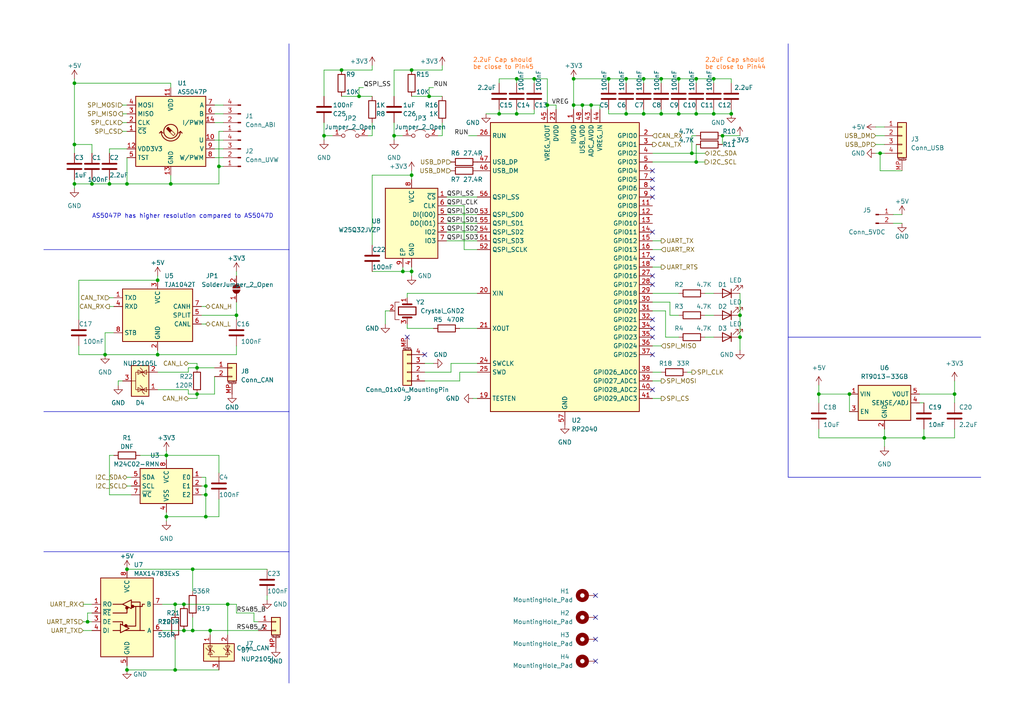
<source format=kicad_sch>
(kicad_sch (version 20230121) (generator eeschema)
  (paper "A4")
  (junction (at 214.63 97.79))
  (junction (at 25.4 180.34))
  (junction (at 191.77 33.02))
  (junction (at 255.27 44.45))
  (junction (at 154.94 22.86))
  (junction (at 31.75 53.34))
  (junction (at 59.69 140.97))
  (junction (at 166.37 30.48))
  (junction (at 207.01 33.02))
  (junction (at 26.67 53.34))
  (junction (at 48.26 149.86))
  (junction (at 55.88 165.1))
  (junction (at 66.04 175.26))
  (junction (at 246.38 114.3))
  (junction (at 68.58 91.44))
  (junction (at 158.75 30.48))
  (junction (at 201.93 33.02))
  (junction (at 200.66 44.45))
  (junction (at 53.34 182.88))
  (junction (at 48.26 132.08))
  (junction (at 45.72 102.87))
  (junction (at 57.15 106.68))
  (junction (at 144.78 33.02))
  (junction (at 57.15 114.3))
  (junction (at 119.38 78.74))
  (junction (at 119.38 20.32))
  (junction (at 149.86 33.02))
  (junction (at 53.34 175.26))
  (junction (at 36.83 165.1))
  (junction (at 256.54 127))
  (junction (at 45.72 81.28))
  (junction (at 166.37 22.86))
  (junction (at 149.86 22.86))
  (junction (at 55.88 182.88))
  (junction (at 116.84 78.74))
  (junction (at 237.49 114.3))
  (junction (at 21.59 24.13))
  (junction (at 63.5 48.26))
  (junction (at 49.53 53.34))
  (junction (at 30.48 102.87))
  (junction (at 171.45 30.48))
  (junction (at 201.93 22.86))
  (junction (at 59.69 149.86))
  (junction (at 181.61 33.02))
  (junction (at 212.09 33.02))
  (junction (at 191.77 22.86))
  (junction (at 186.69 22.86))
  (junction (at 36.83 53.34))
  (junction (at 119.38 50.8))
  (junction (at 176.53 22.86))
  (junction (at 267.97 127))
  (junction (at 196.85 33.02))
  (junction (at 59.69 143.51))
  (junction (at 207.01 22.86))
  (junction (at 50.8 194.31))
  (junction (at 104.14 27.94))
  (junction (at 201.93 46.99))
  (junction (at 214.63 91.44))
  (junction (at 168.91 30.48))
  (junction (at 124.46 27.94))
  (junction (at 209.55 39.37))
  (junction (at 50.8 175.26))
  (junction (at 21.59 53.34))
  (junction (at 196.85 22.86))
  (junction (at 93.98 39.37))
  (junction (at 60.96 182.88))
  (junction (at 99.06 20.32))
  (junction (at 276.86 114.3))
  (junction (at 181.61 22.86))
  (junction (at 186.69 33.02))
  (junction (at 21.59 41.91))
  (junction (at 36.83 194.31))
  (junction (at 114.3 39.37))
  (no_connect (at 189.23 67.31))
  (no_connect (at 189.23 97.79))
  (no_connect (at 189.23 57.15))
  (no_connect (at 189.23 92.71))
  (no_connect (at 189.23 80.01))
  (no_connect (at 123.19 102.87))
  (no_connect (at 172.72 179.07))
  (no_connect (at 189.23 54.61))
  (no_connect (at 189.23 102.87))
  (no_connect (at 189.23 52.07))
  (no_connect (at 172.72 172.72))
  (no_connect (at 189.23 74.93))
  (no_connect (at 189.23 49.53))
  (no_connect (at 172.72 185.42))
  (no_connect (at 118.11 97.79))
  (no_connect (at 189.23 95.25))
  (no_connect (at 189.23 113.03))
  (no_connect (at 172.72 191.77))
  (no_connect (at 189.23 82.55))
  (wire (pts (xy 149.86 22.86) (xy 149.86 24.13)))
  (wire (pts (xy 55.88 165.1) (xy 77.47 165.1)))
  (wire (pts (xy 60.96 182.88) (xy 74.93 182.88)))
  (wire (pts (xy 63.5 132.08) (xy 48.26 132.08)))
  (wire (pts (xy 207.01 31.75) (xy 207.01 33.02)))
  (wire (pts (xy 256.54 129.54) (xy 256.54 127)))
  (wire (pts (xy 237.49 127) (xy 256.54 127)))
  (wire (pts (xy 196.85 33.02) (xy 201.93 33.02)))
  (wire (pts (xy 267.97 127) (xy 256.54 127)))
  (wire (pts (xy 55.88 182.88) (xy 60.96 182.88)))
  (wire (pts (xy 186.69 22.86) (xy 191.77 22.86)))
  (wire (pts (xy 191.77 22.86) (xy 196.85 22.86)))
  (wire (pts (xy 36.83 45.72) (xy 36.83 53.34)))
  (wire (pts (xy 68.58 87.63) (xy 68.58 91.44)))
  (wire (pts (xy 194.31 91.44) (xy 196.85 91.44)))
  (wire (pts (xy 118.11 93.98) (xy 118.11 95.25)))
  (wire (pts (xy 204.47 85.09) (xy 207.01 85.09)))
  (wire (pts (xy 63.5 48.26) (xy 64.77 48.26)))
  (wire (pts (xy 193.04 90.17) (xy 189.23 90.17)))
  (wire (pts (xy 31.75 43.18) (xy 36.83 43.18)))
  (wire (pts (xy 35.56 33.02) (xy 36.83 33.02)))
  (wire (pts (xy 31.75 88.9) (xy 33.02 88.9)))
  (wire (pts (xy 21.59 41.91) (xy 21.59 44.45)))
  (wire (pts (xy 129.54 67.31) (xy 138.43 67.31)))
  (wire (pts (xy 63.5 48.26) (xy 63.5 38.1)))
  (wire (pts (xy 194.31 87.63) (xy 194.31 91.44)))
  (wire (pts (xy 171.45 30.48) (xy 171.45 31.75)))
  (wire (pts (xy 66.04 175.26) (xy 68.58 175.26)))
  (wire (pts (xy 154.94 33.02) (xy 154.94 31.75)))
  (wire (pts (xy 129.54 69.85) (xy 138.43 69.85)))
  (wire (pts (xy 189.23 110.49) (xy 191.77 110.49)))
  (wire (pts (xy 54.61 105.41) (xy 57.15 105.41)))
  (wire (pts (xy 144.78 31.75) (xy 144.78 33.02)))
  (polyline (pts (xy 83.82 160.02) (xy 83.82 198.12)))
  (wire (pts (xy 189.23 72.39) (xy 191.77 72.39)))
  (wire (pts (xy 54.61 107.95) (xy 54.61 106.68)))
  (wire (pts (xy 49.53 53.34) (xy 63.5 53.34)))
  (wire (pts (xy 254 39.37) (xy 256.54 39.37)))
  (wire (pts (xy 237.49 124.46) (xy 237.49 127)))
  (wire (pts (xy 119.38 50.8) (xy 119.38 52.07)))
  (wire (pts (xy 45.72 113.03) (xy 54.61 113.03)))
  (wire (pts (xy 214.63 85.09) (xy 214.63 91.44)))
  (wire (pts (xy 93.98 20.32) (xy 99.06 20.32)))
  (wire (pts (xy 135.89 39.37) (xy 138.43 39.37)))
  (wire (pts (xy 189.23 85.09) (xy 196.85 85.09)))
  (wire (pts (xy 68.58 91.44) (xy 68.58 92.71)))
  (wire (pts (xy 36.83 194.31) (xy 36.83 193.04)))
  (polyline (pts (xy 228.6 138.43) (xy 284.48 138.43)))
  (wire (pts (xy 255.27 49.53) (xy 255.27 44.45)))
  (wire (pts (xy 31.75 53.34) (xy 36.83 53.34)))
  (wire (pts (xy 46.99 175.26) (xy 50.8 175.26)))
  (wire (pts (xy 140.97 33.02) (xy 144.78 33.02)))
  (wire (pts (xy 209.55 39.37) (xy 209.55 41.91)))
  (wire (pts (xy 21.59 24.13) (xy 21.59 41.91)))
  (wire (pts (xy 36.83 165.1) (xy 55.88 165.1)))
  (wire (pts (xy 62.23 33.02) (xy 64.77 33.02)))
  (wire (pts (xy 50.8 175.26) (xy 50.8 177.8)))
  (wire (pts (xy 62.23 45.72) (xy 64.77 45.72)))
  (wire (pts (xy 129.54 64.77) (xy 138.43 64.77)))
  (wire (pts (xy 196.85 22.86) (xy 201.93 22.86)))
  (wire (pts (xy 63.5 53.34) (xy 63.5 48.26)))
  (wire (pts (xy 31.75 86.36) (xy 33.02 86.36)))
  (wire (pts (xy 114.3 39.37) (xy 114.3 40.64)))
  (wire (pts (xy 214.63 97.79) (xy 214.63 101.6)))
  (wire (pts (xy 24.13 175.26) (xy 26.67 175.26)))
  (wire (pts (xy 59.69 143.51) (xy 59.69 149.86)))
  (wire (pts (xy 130.81 105.41) (xy 138.43 105.41)))
  (wire (pts (xy 60.96 184.15) (xy 60.96 182.88)))
  (wire (pts (xy 66.04 175.26) (xy 66.04 184.15)))
  (wire (pts (xy 267.97 124.46) (xy 267.97 127)))
  (wire (pts (xy 31.75 52.07) (xy 31.75 53.34)))
  (polyline (pts (xy 228.6 97.79) (xy 228.6 138.43)))
  (wire (pts (xy 35.56 35.56) (xy 36.83 35.56)))
  (wire (pts (xy 237.49 114.3) (xy 246.38 114.3)))
  (wire (pts (xy 24.13 180.34) (xy 25.4 180.34)))
  (wire (pts (xy 144.78 22.86) (xy 149.86 22.86)))
  (wire (pts (xy 68.58 80.01) (xy 68.58 78.74)))
  (wire (pts (xy 25.4 177.8) (xy 25.4 180.34)))
  (wire (pts (xy 99.06 20.32) (xy 107.95 20.32)))
  (wire (pts (xy 259.08 62.23) (xy 261.62 62.23)))
  (wire (pts (xy 181.61 22.86) (xy 181.61 24.13)))
  (wire (pts (xy 49.53 24.13) (xy 49.53 25.4)))
  (wire (pts (xy 129.54 62.23) (xy 138.43 62.23)))
  (wire (pts (xy 63.5 149.86) (xy 59.69 149.86)))
  (wire (pts (xy 116.84 78.74) (xy 119.38 78.74)))
  (wire (pts (xy 137.16 115.57) (xy 138.43 115.57)))
  (wire (pts (xy 204.47 91.44) (xy 207.01 91.44)))
  (wire (pts (xy 104.14 25.4) (xy 104.14 27.94)))
  (wire (pts (xy 201.93 24.13) (xy 201.93 22.86)))
  (wire (pts (xy 266.7 116.84) (xy 267.97 116.84)))
  (wire (pts (xy 63.5 144.78) (xy 63.5 149.86)))
  (wire (pts (xy 111.76 90.17) (xy 111.76 93.98)))
  (wire (pts (xy 59.69 149.86) (xy 48.26 149.86)))
  (wire (pts (xy 133.35 110.49) (xy 123.19 110.49)))
  (wire (pts (xy 59.69 138.43) (xy 59.69 140.97)))
  (wire (pts (xy 25.4 180.34) (xy 26.67 180.34)))
  (wire (pts (xy 207.01 33.02) (xy 201.93 33.02)))
  (wire (pts (xy 54.61 114.3) (xy 57.15 114.3)))
  (wire (pts (xy 212.09 31.75) (xy 212.09 33.02)))
  (wire (pts (xy 191.77 33.02) (xy 196.85 33.02)))
  (wire (pts (xy 77.47 173.99) (xy 77.47 172.72)))
  (wire (pts (xy 30.48 102.87) (xy 45.72 102.87)))
  (wire (pts (xy 201.93 41.91) (xy 201.93 46.99)))
  (wire (pts (xy 55.88 179.07) (xy 55.88 182.88)))
  (wire (pts (xy 173.99 30.48) (xy 173.99 31.75)))
  (wire (pts (xy 33.02 96.52) (xy 30.48 96.52)))
  (wire (pts (xy 124.46 27.94) (xy 128.27 27.94)))
  (wire (pts (xy 166.37 22.86) (xy 166.37 30.48)))
  (wire (pts (xy 207.01 24.13) (xy 207.01 22.86)))
  (wire (pts (xy 200.66 39.37) (xy 200.66 44.45)))
  (wire (pts (xy 237.49 111.76) (xy 237.49 114.3)))
  (wire (pts (xy 199.39 107.95) (xy 200.66 107.95)))
  (wire (pts (xy 149.86 33.02) (xy 154.94 33.02)))
  (wire (pts (xy 168.91 30.48) (xy 168.91 31.75)))
  (wire (pts (xy 166.37 30.48) (xy 166.37 31.75)))
  (wire (pts (xy 129.54 59.69) (xy 134.62 59.69)))
  (wire (pts (xy 200.66 44.45) (xy 204.47 44.45)))
  (wire (pts (xy 58.42 138.43) (xy 59.69 138.43)))
  (wire (pts (xy 149.86 31.75) (xy 149.86 33.02)))
  (wire (pts (xy 93.98 27.94) (xy 93.98 20.32)))
  (wire (pts (xy 214.63 91.44) (xy 214.63 97.79)))
  (wire (pts (xy 48.26 148.59) (xy 48.26 149.86)))
  (polyline (pts (xy 83.82 72.39) (xy 83.82 119.38)))
  (wire (pts (xy 128.27 19.05) (xy 128.27 20.32)))
  (wire (pts (xy 166.37 22.86) (xy 176.53 22.86)))
  (wire (pts (xy 168.91 30.48) (xy 166.37 30.48)))
  (wire (pts (xy 116.84 77.47) (xy 116.84 78.74)))
  (wire (pts (xy 189.23 100.33) (xy 191.77 100.33)))
  (wire (pts (xy 204.47 97.79) (xy 207.01 97.79)))
  (wire (pts (xy 144.78 33.02) (xy 149.86 33.02)))
  (wire (pts (xy 53.34 182.88) (xy 55.88 182.88)))
  (polyline (pts (xy 228.6 12.7) (xy 228.6 97.79)))
  (wire (pts (xy 35.56 38.1) (xy 36.83 38.1)))
  (wire (pts (xy 48.26 149.86) (xy 48.26 151.13)))
  (wire (pts (xy 59.69 93.98) (xy 58.42 93.98)))
  (wire (pts (xy 128.27 35.56) (xy 128.27 39.37)))
  (wire (pts (xy 21.59 24.13) (xy 49.53 24.13)))
  (wire (pts (xy 129.54 57.15) (xy 138.43 57.15)))
  (wire (pts (xy 53.34 175.26) (xy 66.04 175.26)))
  (wire (pts (xy 196.85 31.75) (xy 196.85 33.02)))
  (wire (pts (xy 201.93 31.75) (xy 201.93 33.02)))
  (wire (pts (xy 267.97 127) (xy 276.86 127)))
  (wire (pts (xy 119.38 78.74) (xy 119.38 77.47)))
  (wire (pts (xy 55.88 165.1) (xy 55.88 171.45)))
  (wire (pts (xy 118.11 86.36) (xy 118.11 85.09)))
  (wire (pts (xy 173.99 30.48) (xy 171.45 30.48)))
  (wire (pts (xy 276.86 110.49) (xy 276.86 114.3)))
  (wire (pts (xy 58.42 143.51) (xy 59.69 143.51)))
  (wire (pts (xy 196.85 22.86) (xy 196.85 24.13)))
  (wire (pts (xy 176.53 22.86) (xy 176.53 24.13)))
  (wire (pts (xy 22.86 100.33) (xy 22.86 102.87)))
  (wire (pts (xy 189.23 77.47) (xy 191.77 77.47)))
  (polyline (pts (xy 12.7 72.39) (xy 83.82 72.39)))
  (wire (pts (xy 40.64 132.08) (xy 48.26 132.08)))
  (wire (pts (xy 21.59 53.34) (xy 21.59 54.61)))
  (wire (pts (xy 191.77 31.75) (xy 191.77 33.02)))
  (wire (pts (xy 130.81 107.95) (xy 123.19 107.95)))
  (wire (pts (xy 68.58 177.8) (xy 68.58 175.26)))
  (wire (pts (xy 93.98 35.56) (xy 93.98 39.37)))
  (wire (pts (xy 176.53 33.02) (xy 176.53 31.75)))
  (wire (pts (xy 30.48 96.52) (xy 30.48 102.87)))
  (wire (pts (xy 189.23 44.45) (xy 200.66 44.45)))
  (wire (pts (xy 119.38 80.01) (xy 119.38 78.74)))
  (wire (pts (xy 48.26 130.81) (xy 48.26 132.08)))
  (wire (pts (xy 50.8 185.42) (xy 50.8 194.31)))
  (wire (pts (xy 50.8 194.31) (xy 63.5 194.31)))
  (wire (pts (xy 31.75 143.51) (xy 38.1 143.51)))
  (wire (pts (xy 45.72 102.87) (xy 45.72 101.6)))
  (wire (pts (xy 191.77 22.86) (xy 191.77 24.13)))
  (wire (pts (xy 21.59 53.34) (xy 26.67 53.34)))
  (wire (pts (xy 68.58 100.33) (xy 68.58 102.87)))
  (wire (pts (xy 254 44.45) (xy 255.27 44.45)))
  (wire (pts (xy 34.29 111.76) (xy 34.29 110.49)))
  (wire (pts (xy 186.69 33.02) (xy 191.77 33.02)))
  (wire (pts (xy 189.23 87.63) (xy 194.31 87.63)))
  (polyline (pts (xy 12.7 160.02) (xy 83.82 160.02)))
  (wire (pts (xy 93.98 39.37) (xy 93.98 40.64)))
  (wire (pts (xy 26.67 177.8) (xy 25.4 177.8)))
  (wire (pts (xy 59.69 140.97) (xy 59.69 143.51)))
  (wire (pts (xy 26.67 41.91) (xy 21.59 41.91)))
  (wire (pts (xy 114.3 27.94) (xy 114.3 20.32)))
  (wire (pts (xy 119.38 27.94) (xy 124.46 27.94)))
  (wire (pts (xy 36.83 194.31) (xy 50.8 194.31)))
  (wire (pts (xy 107.95 19.05) (xy 107.95 20.32)))
  (wire (pts (xy 119.38 49.53) (xy 119.38 50.8)))
  (wire (pts (xy 124.46 25.4) (xy 124.46 27.94)))
  (wire (pts (xy 48.26 132.08) (xy 48.26 133.35)))
  (wire (pts (xy 154.94 22.86) (xy 154.94 24.13)))
  (wire (pts (xy 261.62 49.53) (xy 255.27 49.53)))
  (wire (pts (xy 21.59 52.07) (xy 21.59 53.34)))
  (wire (pts (xy 34.29 110.49) (xy 35.56 110.49)))
  (wire (pts (xy 191.77 107.95) (xy 189.23 107.95)))
  (wire (pts (xy 118.11 85.09) (xy 138.43 85.09)))
  (wire (pts (xy 73.66 177.8) (xy 73.66 180.34)))
  (wire (pts (xy 207.01 22.86) (xy 201.93 22.86)))
  (wire (pts (xy 57.15 106.68) (xy 62.23 106.68)))
  (wire (pts (xy 158.75 30.48) (xy 158.75 31.75)))
  (wire (pts (xy 144.78 24.13) (xy 144.78 22.86)))
  (wire (pts (xy 134.62 59.69) (xy 134.62 72.39)))
  (wire (pts (xy 254 36.83) (xy 256.54 36.83)))
  (wire (pts (xy 114.3 20.32) (xy 119.38 20.32)))
  (wire (pts (xy 212.09 33.02) (xy 207.01 33.02)))
  (wire (pts (xy 189.23 115.57) (xy 191.77 115.57)))
  (wire (pts (xy 26.67 44.45) (xy 26.67 41.91)))
  (wire (pts (xy 107.95 39.37) (xy 106.68 39.37)))
  (wire (pts (xy 149.86 22.86) (xy 154.94 22.86)))
  (wire (pts (xy 256.54 127) (xy 256.54 124.46)))
  (wire (pts (xy 176.53 33.02) (xy 181.61 33.02)))
  (wire (pts (xy 214.63 39.37) (xy 209.55 39.37)))
  (wire (pts (xy 62.23 40.64) (xy 64.77 40.64)))
  (wire (pts (xy 99.06 27.94) (xy 104.14 27.94)))
  (wire (pts (xy 259.08 64.77) (xy 261.62 64.77)))
  (wire (pts (xy 133.35 107.95) (xy 138.43 107.95)))
  (wire (pts (xy 22.86 102.87) (xy 30.48 102.87)))
  (wire (pts (xy 31.75 44.45) (xy 31.75 43.18)))
  (wire (pts (xy 45.72 80.01) (xy 45.72 81.28)))
  (wire (pts (xy 118.11 95.25) (xy 125.73 95.25)))
  (wire (pts (xy 54.61 106.68) (xy 57.15 106.68)))
  (wire (pts (xy 68.58 102.87) (xy 45.72 102.87)))
  (wire (pts (xy 114.3 35.56) (xy 114.3 39.37)))
  (wire (pts (xy 96.52 39.37) (xy 93.98 39.37)))
  (wire (pts (xy 161.29 30.48) (xy 158.75 30.48)))
  (wire (pts (xy 54.61 113.03) (xy 54.61 114.3)))
  (wire (pts (xy 181.61 22.86) (xy 186.69 22.86)))
  (wire (pts (xy 63.5 38.1) (xy 64.77 38.1)))
  (wire (pts (xy 113.03 90.17) (xy 111.76 90.17)))
  (wire (pts (xy 212.09 24.13) (xy 212.09 22.86)))
  (wire (pts (xy 186.69 31.75) (xy 186.69 33.02)))
  (wire (pts (xy 125.73 105.41) (xy 123.19 105.41)))
  (wire (pts (xy 125.73 25.4) (xy 124.46 25.4)))
  (wire (pts (xy 62.23 43.18) (xy 64.77 43.18)))
  (wire (pts (xy 161.29 31.75) (xy 161.29 30.48)))
  (wire (pts (xy 158.75 22.86) (xy 158.75 30.48)))
  (polyline (pts (xy 83.82 12.7) (xy 83.82 72.39)))
  (wire (pts (xy 200.66 39.37) (xy 201.93 39.37)))
  (wire (pts (xy 46.99 182.88) (xy 53.34 182.88)))
  (wire (pts (xy 21.59 22.86) (xy 21.59 24.13)))
  (wire (pts (xy 107.95 35.56) (xy 107.95 39.37)))
  (wire (pts (xy 181.61 33.02) (xy 181.61 31.75)))
  (wire (pts (xy 31.75 132.08) (xy 31.75 143.51)))
  (wire (pts (xy 107.95 71.12) (xy 107.95 50.8)))
  (wire (pts (xy 24.13 182.88) (xy 26.67 182.88)))
  (wire (pts (xy 276.86 124.46) (xy 276.86 127)))
  (wire (pts (xy 196.85 97.79) (xy 193.04 97.79)))
  (wire (pts (xy 68.58 91.44) (xy 58.42 91.44)))
  (wire (pts (xy 116.84 39.37) (xy 114.3 39.37)))
  (wire (pts (xy 176.53 22.86) (xy 181.61 22.86)))
  (wire (pts (xy 276.86 114.3) (xy 276.86 116.84)))
  (wire (pts (xy 154.94 22.86) (xy 158.75 22.86)))
  (wire (pts (xy 26.67 53.34) (xy 31.75 53.34)))
  (wire (pts (xy 36.83 138.43) (xy 38.1 138.43)))
  (wire (pts (xy 254 41.91) (xy 256.54 41.91)))
  (wire (pts (xy 50.8 175.26) (xy 53.34 175.26)))
  (wire (pts (xy 62.23 114.3) (xy 62.23 109.22)))
  (wire (pts (xy 181.61 33.02) (xy 186.69 33.02)))
  (wire (pts (xy 57.15 114.3) (xy 62.23 114.3)))
  (wire (pts (xy 133.35 107.95) (xy 133.35 110.49)))
  (wire (pts (xy 128.27 39.37) (xy 127 39.37)))
  (polyline (pts (xy 83.82 119.38) (xy 83.82 160.02)))
  (wire (pts (xy 104.14 27.94) (xy 107.95 27.94)))
  (wire (pts (xy 22.86 92.71) (xy 22.86 81.28)))
  (wire (pts (xy 246.38 114.3) (xy 246.38 119.38)))
  (wire (pts (xy 107.95 78.74) (xy 116.84 78.74)))
  (wire (pts (xy 57.15 105.41) (xy 57.15 106.68)))
  (polyline (pts (xy 12.7 119.38) (xy 83.82 119.38)))
  (wire (pts (xy 193.04 97.79) (xy 193.04 90.17)))
  (wire (pts (xy 62.23 30.48) (xy 64.77 30.48)))
  (wire (pts (xy 130.81 105.41) (xy 130.81 107.95)))
  (wire (pts (xy 237.49 116.84) (xy 237.49 114.3)))
  (wire (pts (xy 105.41 25.4) (xy 104.14 25.4)))
  (wire (pts (xy 255.27 44.45) (xy 256.54 44.45)))
  (wire (pts (xy 62.23 35.56) (xy 64.77 35.56)))
  (wire (pts (xy 266.7 114.3) (xy 276.86 114.3)))
  (wire (pts (xy 36.83 140.97) (xy 38.1 140.97)))
  (wire (pts (xy 57.15 115.57) (xy 57.15 114.3)))
  (wire (pts (xy 49.53 53.34) (xy 49.53 50.8)))
  (wire (pts (xy 133.35 95.25) (xy 138.43 95.25)))
  (polyline (pts (xy 228.6 97.79) (xy 284.48 97.79)))
  (wire (pts (xy 45.72 107.95) (xy 54.61 107.95)))
  (wire (pts (xy 59.69 88.9) (xy 58.42 88.9)))
  (wire (pts (xy 58.42 140.97) (xy 59.69 140.97)))
  (wire (pts (xy 54.61 115.57) (xy 57.15 115.57)))
  (wire (pts (xy 171.45 30.48) (xy 168.91 30.48)))
  (wire (pts (xy 189.23 69.85) (xy 191.77 69.85)))
  (wire (pts (xy 119.38 20.32) (xy 128.27 20.32)))
  (wire (pts (xy 212.09 22.86) (xy 207.01 22.86)))
  (wire (pts (xy 68.58 177.8) (xy 73.66 177.8)))
  (wire (pts (xy 35.56 30.48) (xy 36.83 30.48)))
  (wire (pts (xy 189.23 46.99) (xy 201.93 46.99)))
  (wire (pts (xy 201.93 46.99) (xy 204.47 46.99)))
  (wire (pts (xy 22.86 81.28) (xy 45.72 81.28)))
  (wire (pts (xy 134.62 72.39) (xy 138.43 72.39)))
  (wire (pts (xy 107.95 50.8) (xy 119.38 50.8)))
  (wire (pts (xy 33.02 132.08) (xy 31.75 132.08)))
  (wire (pts (xy 74.93 180.34) (xy 73.66 180.34)))
  (wire (pts (xy 63.5 137.16) (xy 63.5 132.08)))
  (wire (pts (xy 186.69 22.86) (xy 186.69 24.13)))
  (wire (pts (xy 36.83 53.34) (xy 49.53 53.34)))
  (wire (pts (xy 26.67 52.07) (xy 26.67 53.34)))
  (text "2.2uF Cap should \nbe close to Pin45" (at 137.16 20.32 0) (effects (font (size 1.27 1.27)) (justify left bottom)))
  (text "AS5047P has higher resolution compared to AS5047D" (at 26.67 63.5 0) (effects (font (size 1.27 1.27)) (justify left bottom)))
  (text "2.2uF Cap should \nbe close to Pin44" (at 204.47 20.32 0) (effects (font (size 1.27 1.27)) (justify left bottom)))
  (label "RUN" (at 125.73 25.4 0))
  (label "QSPI_SD1" (at 129.54 64.77 0))
  (label "QSPI_SD3" (at 129.54 69.85 0))
  (label "QSPI_SS" (at 129.54 57.15 0))
  (label "QSPI_SS" (at 105.41 25.4 0))
  (label "RS485_A" (at 68.58 182.88 0))
  (label "QSPI_SD2" (at 129.54 67.31 0))
  (label "RS485_B" (at 68.58 177.8 0))
  (label "VREG" (at 160.02 30.48 0))
  (label "RUN" (at 135.89 39.37 180))
  (label "QSPI_CLK" (at 129.54 59.69 0))
  (label "QSPI_SD0" (at 129.54 62.23 0))
  (hierarchical_label "CAN_TX" (shape output) (at 189.23 41.91 0))
  (hierarchical_label "UART_TX" (shape input) (at 24.13 182.88 180))
  (hierarchical_label "I2C_SCL" (shape input) (at 36.83 140.97 180))
  (hierarchical_label "USB_DM" (shape input) (at 254 39.37 180))
  (hierarchical_label "CAN_RX" (shape output) (at 31.75 88.9 180))
  (hierarchical_label "CAN_H" (shape bidirectional) (at 54.61 115.57 180))
  (hierarchical_label "CAN_L" (shape bidirectional) (at 59.69 93.98 0))
  (hierarchical_label "SPI_CS" (shape output) (at 191.77 115.57 0))
  (hierarchical_label "UART_RTS" (shape output) (at 191.77 77.47 0))
  (hierarchical_label "I2C_SCL" (shape output) (at 204.47 46.99 0))
  (hierarchical_label "USB_DP" (shape input) (at 130.81 46.99 180))
  (hierarchical_label "SPI_CLK" (shape input) (at 35.56 35.56 180))
  (hierarchical_label "I2C_SDA" (shape bidirectional) (at 36.83 138.43 180))
  (hierarchical_label "UART_TX" (shape output) (at 191.77 69.85 0))
  (hierarchical_label "UART_RX" (shape input) (at 191.77 72.39 0))
  (hierarchical_label "CAN_L" (shape bidirectional) (at 54.61 105.41 180))
  (hierarchical_label "I2C_SDA" (shape bidirectional) (at 204.47 44.45 0))
  (hierarchical_label "USB_DM" (shape input) (at 130.81 49.53 180))
  (hierarchical_label "SPI_MOSI" (shape input) (at 35.56 30.48 180))
  (hierarchical_label "CAN_H" (shape bidirectional) (at 59.69 88.9 0))
  (hierarchical_label "UART_RX" (shape output) (at 24.13 175.26 180))
  (hierarchical_label "UART_RTS" (shape input) (at 24.13 180.34 180))
  (hierarchical_label "SPI_MISO" (shape output) (at 35.56 33.02 180))
  (hierarchical_label "CAN_RX" (shape input) (at 189.23 39.37 0))
  (hierarchical_label "CAN_TX" (shape input) (at 31.75 86.36 180))
  (hierarchical_label "SPI_CS" (shape input) (at 35.56 38.1 180))
  (hierarchical_label "SPI_MOSI" (shape output) (at 191.77 110.49 0))
  (hierarchical_label "SPI_CLK" (shape output) (at 200.66 107.95 0))
  (hierarchical_label "SPI_MISO" (shape input) (at 191.77 100.33 0))
  (hierarchical_label "USB_DP" (shape input) (at 254 41.91 180))
  (symbol (lib_id "Device:R") (at 128.27 31.75 0) (unit 1)
    (property "Reference" "R16" (at 123.19 30.48 0) (effects (justify left)))
    (property "Value" "1K" (at 124.46 33.02 0) (effects (justify left)))
    (property "Footprint" "Resistor_SMD:R_0603_1608Metric" (effects hide))
  )
  (symbol (lib_id "power:+5V") (at 36.83 165.1 0) (unit 1)
    (property "Reference" "#PWR033" (effects hide))
    (property "Value" "+5V" (at 36.83 161.29 0))
  )
  (symbol (lib_id "Device:C") (at 93.98 31.75 0) (mirror x) (unit 1)
    (property "Reference" "C25" (at 96.52 33.02 0) (effects (justify left)))
    (property "Value" "100nF" (at 96.52 30.48 0) (effects (justify left)))
    (property "Footprint" "Capacitor_SMD:C_0603_1608Metric" (effects hide))
  )
  (symbol (lib_id "Device:R") (at 107.95 31.75 180) (unit 1)
    (property "Reference" "R8" (at 111.76 33.02 0) (effects (justify left)))
    (property "Value" "1K" (at 111.76 30.48 0) (effects (justify left)))
    (property "Footprint" "Resistor_SMD:R_0603_1608Metric" (effects hide))
  )
  (symbol (lib_id "power:+3V3") (at 276.86 110.49 0) (unit 1)
    (property "Reference" "#PWR014" (effects hide))
    (property "Value" "+3V3" (at 276.86 105.41 0))
  )
  (symbol (lib_id "Device:C") (at 26.67 48.26 0) (unit 1)
    (property "Reference" "C1" (at 26.67 45.72 0) (effects (justify left)))
    (property "Value" "100nF" (at 25.4 52.07 0) (effects (justify left)))
    (property "Footprint" "Capacitor_SMD:C_0603_1608Metric" (effects hide))
  )
  (symbol (lib_id "power:GND") (at 261.62 64.77 0) (unit 1)
    (property "Reference" "#PWR027" (effects hide))
    (property "Value" "GND" (at 261.62 68.58 0))
  )
  (symbol (lib_id "Device:C") (at 77.47 168.91 0) (unit 1)
    (property "Reference" "C23" (at 77.47 166.37 0) (effects (justify left)))
    (property "Value" "100nF" (at 77.47 171.45 0) (effects (justify left)))
    (property "Footprint" "Capacitor_SMD:C_0603_1608Metric" (effects hide))
  )
  (symbol (lib_id "power:GND") (at 30.48 102.87 0) (unit 1)
    (property "Reference" "#PWR09" (effects hide))
    (property "Value" "GND" (at 30.48 107.95 0))
  )
  (symbol (lib_id "Device:C") (at 196.85 27.94 180) (unit 1)
    (property "Reference" "C9" (at 196.85 30.48 0) (effects (justify left)))
    (property "Value" "100nF" (at 195.58 20.32 90) (effects (justify left)))
    (property "Footprint" "Capacitor_SMD:C_0603_1608Metric" (effects hide))
  )
  (symbol (lib_id "Device:C") (at 22.86 96.52 0) (unit 1)
    (property "Reference" "C17" (at 22.86 93.98 0) (effects (justify left)))
    (property "Value" "100nF" (at 24.13 99.06 0) (effects (justify left)))
    (property "Footprint" "Capacitor_SMD:C_0603_1608Metric" (effects hide))
  )
  (symbol (lib_id "Device:R") (at 36.83 132.08 90) (unit 1)
    (property "Reference" "R1" (at 36.83 127 90))
    (property "Value" "DNF" (at 36.83 129.54 90))
    (property "Footprint" "Resistor_SMD:R_0603_1608Metric" (effects hide))
  )
  (symbol (lib_id "power:GND") (at 212.09 33.02 0) (unit 1)
    (property "Reference" "#PWR07" (effects hide))
    (property "Value" "GND" (at 208.28 35.56 0))
  )
  (symbol (lib_id "Device:R") (at 99.06 24.13 0) (unit 1)
    (property "Reference" "R9" (at 100.33 21.59 0) (effects (justify left)))
    (property "Value" "10K" (at 100.33 26.67 0) (effects (justify left)))
    (property "Footprint" "Resistor_SMD:R_0603_1608Metric" (effects hide))
  )
  (symbol (lib_id "power:GND") (at 137.16 115.57 270) (unit 1)
    (property "Reference" "#PWR023" (effects hide))
    (property "Value" "GND" (at 133.35 115.57 90) (effects (justify right)))
  )
  (symbol (lib_id "Device:C") (at 186.69 27.94 180) (unit 1)
    (property "Reference" "C7" (at 186.69 30.48 0) (effects (justify left)))
    (property "Value" "100nF" (at 185.42 20.32 90) (effects (justify left)))
    (property "Footprint" "Capacitor_SMD:C_0603_1608Metric" (effects hide))
  )
  (symbol (lib_id "Mechanical:MountingHole_Pad") (at 170.18 179.07 90) (unit 1)
    (property "Reference" "H2" (at 163.83 177.8 90))
    (property "Value" "MountingHole_Pad" (at 157.48 180.34 90))
    (property "Footprint" "MountingHole:MountingHole_2.2mm_M2_Pad_TopBottom" (effects hide))
  )
  (symbol (lib_id "Device:C") (at 237.49 120.65 0) (unit 1)
    (property "Reference" "C18" (at 238.76 118.11 0) (effects (justify left)))
    (property "Value" "10uF" (at 238.76 123.19 0) (effects (justify left)))
    (property "Footprint" "Capacitor_SMD:C_1206_3216Metric" (effects hide))
  )
  (symbol (lib_id "Device:C") (at 201.93 27.94 180) (unit 1)
    (property "Reference" "C10" (at 201.93 30.48 0) (effects (justify left)))
    (property "Value" "100nF" (at 200.66 20.32 90) (effects (justify left)))
    (property "Footprint" "Capacitor_SMD:C_0603_1608Metric" (effects hide))
  )
  (symbol (lib_id "Device:C") (at 181.61 27.94 180) (unit 1)
    (property "Reference" "C6" (at 181.61 30.48 0) (effects (justify left)))
    (property "Value" "100nF" (at 180.34 20.32 90) (effects (justify left)))
    (property "Footprint" "Capacitor_SMD:C_0603_1608Metric" (effects hide))
  )
  (symbol (lib_id "Memory_Flash:W25Q32JVZP") (at 119.38 64.77 0) (mirror y) (unit 1)
    (property "Reference" "U8" (at 110.49 64.135 0) (effects (justify left)))
    (property "Value" "W25Q32JVZP" (at 110.49 66.675 0) (effects (justify left)))
    (property "Footprint" "Package_SON:WSON-8-1EP_6x5mm_P1.27mm_EP3.4x4.3mm" (effects hide))
    (property "Datasheet" "http://www.winbond.com/resource-files/w25q32jv%20revg%2003272018%20plus.pdf" (effects hide))
  )
  (symbol (lib_id "power:GND") (at 140.97 33.02 0) (unit 1)
    (property "Reference" "#PWR08" (effects hide))
    (property "Value" "GND" (at 137.16 35.56 0))
  )
  (symbol (lib_id "Connector_Generic_MountingPin:Conn_01x04_MountingPin") (at 261.62 39.37 0) (unit 1)
    (property "Reference" "J3" (at 264.16 40.3606 0) (effects (justify left)))
    (property "Value" "Conn_USB" (at 264.16 42.9006 0) (effects (justify left)))
    (property "Footprint" "Connector_JST:JST_GH_SM04B-GHS-TB_1x04-1MP_P1.25mm_Horizontal" (effects hide))
  )
  (symbol (lib_id "Device:R") (at 55.88 175.26 180) (unit 1)
    (property "Reference" "R19" (at 60.96 176.53 0) (effects (justify left)))
    (property "Value" "536R" (at 60.96 171.45 0) (effects (justify left)))
    (property "Footprint" "Resistor_SMD:R_0603_1608Metric" (effects hide))
  )
  (symbol (lib_id "Memory_EEPROM:M24C02-RMN") (at 48.26 140.97 0) (mirror y) (unit 1)
    (property "Reference" "U3" (at 46.3041 132.08 0) (effects (justify left)))
    (property "Value" "M24C02-RMN" (at 46.3041 134.62 0) (effects (justify left)))
    (property "Footprint" "Package_SO:SOIC-8_3.9x4.9mm_P1.27mm" (effects hide))
    (property "Datasheet" "http://www.st.com/content/ccc/resource/technical/document/datasheet/b0/d8/50/40/5a/85/49/6f/DM00071904.pdf/files/DM00071904.pdf/jcr:content/translations/en.DM00071904.pdf" (effects hide))
  )
  (symbol (lib_id "Mechanical:MountingHole_Pad") (at 170.18 185.42 90) (unit 1)
    (property "Reference" "H3" (at 163.83 184.15 90))
    (property "Value" "MountingHole_Pad" (at 157.48 186.69 90))
    (property "Footprint" "MountingHole:MountingHole_2.2mm_M2_Pad_TopBottom" (effects hide))
  )
  (symbol (lib_id "Connector:Conn_01x04_Pin") (at 69.85 35.56 180) (unit 1)
    (property "Reference" "J1" (at 71.12 33.655 0) (effects (justify right)))
    (property "Value" "Conn_ABI" (at 71.12 36.195 0) (effects (justify right)))
    (property "Footprint" "Connector_PinHeader_1.27mm:PinHeader_1x04_P1.27mm_Vertical" (effects hide))
  )
  (symbol (lib_id "Sensor_Magnetic:AS5047D") (at 49.53 38.1 0) (unit 1)
    (property "Reference" "U1" (at 51.4859 24.13 0) (effects (justify left)))
    (property "Value" "AS5047P" (at 51.4859 26.67 0) (effects (justify left)))
    (property "Footprint" "Package_SO:TSSOP-14_4.4x5mm_P0.65mm" (effects hide))
    (property "Datasheet" "https://ams.com/documents/20143/36005/AS5047D_DS000394_2-00.pdf" (effects hide))
  )
  (symbol (lib_id "Device:R") (at 200.66 97.79 270) (unit 1)
    (property "Reference" "R4" (at 195.58 95.25 90) (effects (justify left)))
    (property "Value" "4.7K" (at 201.93 95.25 90) (effects (justify left)))
    (property "Footprint" "Resistor_SMD:R_0603_1608Metric" (effects hide))
  )
  (symbol (lib_id "Device:R") (at 134.62 46.99 90) (unit 1)
    (property "Reference" "R6" (at 132.08 44.45 90))
    (property "Value" "27.4R" (at 137.16 44.45 90))
    (property "Footprint" "Resistor_SMD:R_0603_1608Metric" (effects hide))
  )
  (symbol (lib_id "power:GND") (at 214.63 101.6 0) (unit 1)
    (property "Reference" "#PWR017" (effects hide))
    (property "Value" "GND" (at 210.82 102.87 0))
  )
  (symbol (lib_id "Device:LED") (at 210.82 97.79 180) (unit 1)
    (property "Reference" "D3" (at 209.55 95.25 0))
    (property "Value" "LED" (at 213.36 93.98 0))
    (property "Footprint" "LED_SMD:LED_0603_1608Metric" (effects hide))
  )
  (symbol (lib_id "Device:R") (at 134.62 49.53 90) (unit 1)
    (property "Reference" "R7" (at 132.08 52.07 90))
    (property "Value" "27.4R" (at 137.16 52.07 90))
    (property "Footprint" "Resistor_SMD:R_0603_1608Metric" (effects hide))
  )
  (symbol (lib_id "power:GND") (at 114.3 40.64 0) (unit 1)
    (property "Reference" "#PWR030" (effects hide))
    (property "Value" "GND" (at 114.3 45.72 0))
  )
  (symbol (lib_id "MCU_RaspberryPi:RP2040") (at 163.83 77.47 0) (unit 1)
    (property "Reference" "U2" (at 165.7859 121.92 0) (effects (justify left)))
    (property "Value" "RP2040" (at 165.7859 124.46 0) (effects (justify left)))
    (property "Footprint" "Package_DFN_QFN:QFN-56-1EP_7x7mm_P0.4mm_EP3.2x3.2mm" (effects hide))
    (property "Datasheet" "https://datasheets.raspberrypi.com/rp2040/rp2040-datasheet.pdf" (effects hide))
  )
  (symbol (lib_id "power:GND") (at 36.83 194.31 0) (unit 1)
    (property "Reference" "#PWR021" (effects hide))
    (property "Value" "GND" (at 40.64 195.58 0))
  )
  (symbol (lib_id "Device:C") (at 207.01 27.94 180) (unit 1)
    (property "Reference" "C11" (at 207.01 30.48 0) (effects (justify left)))
    (property "Value" "100nF" (at 205.74 20.32 90) (effects (justify left)))
    (property "Footprint" "Capacitor_SMD:C_0603_1608Metric" (effects hide))
  )
  (symbol (lib_id "Device:R") (at 195.58 107.95 90) (unit 1)
    (property "Reference" "R18" (at 193.04 105.41 90))
    (property "Value" "33R" (at 198.12 105.41 90))
    (property "Footprint" "Resistor_SMD:R_0603_1608Metric" (effects hide))
  )
  (symbol (lib_id "Connector_Generic_MountingPin:Conn_01x04_MountingPin") (at 118.11 107.95 180) (unit 1)
    (property "Reference" "J9" (at 118.11 115.57 0))
    (property "Value" "Conn_01x04_MountingPin" (at 118.11 113.03 0))
    (property "Footprint" "Connector_Molex:Molex_PicoBlade_53261-0471_1x04-1MP_P1.25mm_Horizontal" (effects hide))
  )
  (symbol (lib_id "power:GND") (at 163.83 123.19 0) (unit 1)
    (property "Reference" "#PWR06" (effects hide))
    (property "Value" "GND" (at 163.83 128.27 0))
  )
  (symbol (lib_id "power:GND") (at 67.31 114.3 0) (unit 1)
    (property "Reference" "#PWR037" (effects hide))
    (property "Value" "GND" (at 67.31 118.11 0))
  )
  (symbol (lib_id "power:GND") (at 77.47 173.99 0) (unit 1)
    (property "Reference" "#PWR034" (effects hide))
    (property "Value" "GND" (at 81.28 175.26 0))
  )
  (symbol (lib_id "Device:R") (at 205.74 39.37 270) (unit 1)
    (property "Reference" "R10" (at 209.55 38.1 90) (effects (justify left)))
    (property "Value" "4.7K" (at 196.85 38.1 90) (effects (justify left)))
    (property "Footprint" "Resistor_SMD:R_0603_1608Metric" (effects hide))
  )
  (symbol (lib_id "Device:C") (at 114.3 31.75 0) (mirror x) (unit 1)
    (property "Reference" "C26" (at 116.84 33.02 0) (effects (justify left)))
    (property "Value" "1uF" (at 116.84 30.48 0) (effects (justify left)))
    (property "Footprint" "Capacitor_SMD:C_0603_1608Metric" (effects hide))
  )
  (symbol (lib_id "Device:C") (at 21.59 48.26 0) (unit 1)
    (property "Reference" "C3" (at 21.59 45.72 0) (effects (justify left)))
    (property "Value" "1uF" (at 21.59 50.8 0) (effects (justify left)))
    (property "Footprint" "Capacitor_SMD:C_0603_1608Metric" (effects hide))
  )
  (symbol (lib_id "Device:Crystal_GND2") (at 118.11 90.17 270) (unit 1)
    (property "Reference" "Y2" (at 120.65 87.63 90) (effects (justify left)))
    (property "Value" "Crystal_GND2" (at 121.92 90.17 90) (effects (justify left)))
    (property "Footprint" "Crystal:Resonator_SMD_Murata_CSTxExxV-3Pin_3.0x1.1mm_HandSoldering" (effects hide))
  )
  (symbol (lib_id "power:GND") (at 34.29 111.76 0) (unit 1)
    (property "Reference" "#PWR032" (effects hide))
    (property "Value" "GND" (at 34.29 116.84 0))
  )
  (symbol (lib_id "Device:C") (at 154.94 27.94 0) (mirror x) (unit 1)
    (property "Reference" "C13" (at 154.94 30.48 0) (effects (justify left)))
    (property "Value" "100nF" (at 156.21 20.32 90) (effects (justify left)))
    (property "Footprint" "Capacitor_SMD:C_0603_1608Metric" (effects hide))
  )
  (symbol (lib_id "power:GND") (at 111.76 93.98 0) (unit 1)
    (property "Reference" "#PWR022" (effects hide))
    (property "Value" "GND" (at 107.95 95.25 0))
  )
  (symbol (lib_id "power:GND") (at 21.59 54.61 0) (unit 1)
    (property "Reference" "#PWR01" (effects hide))
    (property "Value" "GND" (at 21.59 59.69 0))
  )
  (symbol (lib_id "Jumper:SolderJumper_2_Open") (at 68.58 83.82 90) (unit 1)
    (property "Reference" "JP1" (at 59.69 80.01 90) (effects (justify right)))
    (property "Value" "SolderJumper_2_Open" (at 58.42 82.55 90) (effects (justify right)))
    (property "Footprint" "Jumper:SolderJumper-2_P1.3mm_Open_TrianglePad1.0x1.5mm" (effects hide))
  )
  (symbol (lib_id "Device:C") (at 276.86 120.65 0) (unit 1)
    (property "Reference" "C20" (at 278.13 118.11 0) (effects (justify left)))
    (property "Value" "2.2uF" (at 278.13 123.19 0) (effects (justify left)))
    (property "Footprint" "Capacitor_SMD:C_1206_3216Metric" (effects hide))
  )
  (symbol (lib_id "power:+3V3") (at 48.26 130.81 0) (unit 1)
    (property "Reference" "#PWR04" (effects hide))
    (property "Value" "+3V3" (at 48.26 127 0))
  )
  (symbol (lib_id "Connector:Conn_01x02_Pin") (at 254 62.23 0) (unit 1)
    (property "Reference" "J5" (at 251.46 60.96 0))
    (property "Value" "Conn_5VDC" (at 251.46 67.31 0))
    (property "Footprint" "Connector_PinHeader_2.54mm:PinHeader_1x02_P2.54mm_Vertical" (effects hide))
  )
  (symbol (lib_id "Device:C") (at 63.5 140.97 0) (unit 1)
    (property "Reference" "C4" (at 63.5 138.43 0) (effects (justify left)))
    (property "Value" "100nF" (at 63.5 143.51 0) (effects (justify left)))
    (property "Footprint" "Capacitor_SMD:C_0603_1608Metric" (effects hide))
  )
  (symbol (lib_id "Power_Protection:NUP2105L") (at 40.64 110.49 270) (mirror x) (unit 1)
    (property "Reference" "D4" (at 40.64 116.84 90))
    (property "Value" "NUP2105L" (at 40.64 105.41 90))
    (property "Footprint" "Package_TO_SOT_SMD:SOT-23" (effects hide))
    (property "Datasheet" "http://www.onsemi.com/pub_link/Collateral/NUP2105L-D.PDF" (effects hide))
  )
  (symbol (lib_id "Device:C") (at 191.77 27.94 180) (unit 1)
    (property "Reference" "C8" (at 191.77 30.48 0) (effects (justify left)))
    (property "Value" "100nF" (at 190.5 20.32 90) (effects (justify left)))
    (property "Footprint" "Capacitor_SMD:C_0603_1608Metric" (effects hide))
  )
  (symbol (lib_id "Connector_Generic_MountingPin:Conn_01x02_MountingPin") (at 67.31 106.68 0) (unit 1)
    (property "Reference" "J8" (at 69.85 107.6706 0) (effects (justify left)))
    (property "Value" "Conn_CAN" (at 69.85 110.2106 0) (effects (justify left)))
    (property "Footprint" "Connector_JST:JST_GH_SM02B-GHS-TB_1x02-1MP_P1.25mm_Horizontal" (effects hide))
  )
  (symbol (lib_id "Mechanical:MountingHole_Pad") (at 170.18 172.72 90) (unit 1)
    (property "Reference" "H1" (at 163.83 171.45 90))
    (property "Value" "MountingHole_Pad" (at 157.48 173.99 90))
    (property "Footprint" "MountingHole:MountingHole_2.2mm_M2_Pad_TopBottom" (effects hide))
  )
  (symbol (lib_id "Mechanical:MountingHole_Pad") (at 170.18 191.77 90) (unit 1)
    (property "Reference" "H4" (at 163.83 190.5 90))
    (property "Value" "MountingHole_Pad" (at 157.48 193.04 90))
    (property "Footprint" "MountingHole:MountingHole_2.2mm_M2_Pad_TopBottom" (effects hide))
  )
  (symbol (lib_id "power:+5V") (at 261.62 62.23 0) (unit 1)
    (property "Reference" "#PWR026" (effects hide))
    (property "Value" "+5V" (at 261.62 58.42 0))
  )
  (symbol (lib_id "power:GND") (at 254 44.45 270) (mirror x) (unit 1)
    (property "Reference" "#PWR016" (effects hide))
    (property "Value" "GND" (at 248.92 44.45 90))
  )
  (symbol (lib_id "Device:R") (at 129.54 95.25 90) (unit 1)
    (property "Reference" "R5" (at 127 92.71 90))
    (property "Value" "470R" (at 132.08 92.71 90))
    (property "Footprint" "Resistor_SMD:R_0603_1608Metric" (effects hide))
  )
  (symbol (lib_id "Device:R") (at 200.66 91.44 270) (unit 1)
    (property "Reference" "R3" (at 195.58 88.9 90) (effects (justify left)))
    (property "Value" "4.7K" (at 201.93 88.9 90) (effects (justify left)))
    (property "Footprint" "Resistor_SMD:R_0603_1608Metric" (effects hide))
  )
  (symbol (lib_id "power:+5V") (at 254 36.83 90) (mirror x) (unit 1)
    (property "Reference" "#PWR015" (effects hide))
    (property "Value" "+5V" (at 248.92 36.83 90))
  )
  (symbol (lib_id "power:+3V3") (at 68.58 78.74 0) (unit 1)
    (property "Reference" "#PWR010" (effects hide))
    (property "Value" "+3V3" (at 68.58 74.93 0))
  )
  (symbol (lib_id "Device:R") (at 50.8 181.61 0) (unit 1)
    (property "Reference" "R20" (at 45.72 180.34 0) (effects (justify left)))
    (property "Value" "536R" (at 45.72 184.15 0) (effects (justify left)))
    (property "Footprint" "Resistor_SMD:R_0603_1608Metric" (effects hide))
  )
  (symbol (lib_id "Device:R") (at 205.74 41.91 270) (unit 1)
    (property "Reference" "R11" (at 209.55 41.91 90) (effects (justify left)))
    (property "Value" "4.7K" (at 196.85 40.64 90) (effects (justify left)))
    (property "Footprint" "Resistor_SMD:R_0603_1608Metric" (effects hide))
  )
  (symbol (lib_id "power:GND") (at 125.73 105.41 90) (unit 1)
    (property "Reference" "#PWR020" (effects hide))
    (property "Value" "GND" (at 125.73 102.87 90) (effects (justify right)))
  )
  (symbol (lib_id "Regulator_Linear:ADP7142AUJZ-3.3") (at 256.54 116.84 0) (unit 1)
    (property "Reference" "U6" (at 256.54 106.68 0))
    (property "Value" "RT9013-33GB" (at 256.54 109.22 0))
    (property "Footprint" "Package_TO_SOT_SMD:TSOT-23-5" (effects hide))
    (property "Datasheet" "https://www.analog.com/media/en/technical-documentation/data-sheets/ADP7142.pdf" (effects hide))
  )
  (symbol (lib_id "Device:R") (at 57.15 110.49 0) (unit 1)
    (property "Reference" "R22" (at 52.07 109.22 0) (effects (justify left)))
    (property "Value" "120R" (at 50.8 111.76 0) (effects (justify left)))
    (property "Footprint" "Resistor_SMD:R_0603_1608Metric" (effects hide))
  )
  (symbol (lib_id "Jumper:Jumper_2_Open") (at 121.92 39.37 0) (unit 1)
    (property "Reference" "JP3" (at 121.92 34.29 0))
    (property "Value" "Jumper_2_Open" (at 121.92 36.83 0))
    (property "Footprint" "TestPoint:TestPoint_2Pads_Pitch2.54mm_Drill0.8mm" (effects hide))
  )
  (symbol (lib_id "power:GND") (at 48.26 151.13 0) (unit 1)
    (property "Reference" "#PWR03" (effects hide))
    (property "Value" "GND" (at 48.26 156.21 0))
  )
  (symbol (lib_id "Device:C") (at 176.53 27.94 180) (unit 1)
    (property "Reference" "C5" (at 176.53 30.48 0) (effects (justify left)))
    (property "Value" "100nF" (at 175.26 20.32 90) (effects (justify left)))
    (property "Footprint" "Capacitor_SMD:C_0603_1608Metric" (effects hide))
  )
  (symbol (lib_id "power:+3V3") (at 107.95 19.05 0) (unit 1)
    (property "Reference" "#PWR025" (effects hide))
    (property "Value" "+3V3" (at 104.14 17.78 0))
  )
  (symbol (lib_id "Interface_UART:MAX14783ExS") (at 36.83 177.8 0) (unit 1)
    (property "Reference" "U7" (at 38.7859 163.83 0) (effects (justify left)))
    (property "Value" "MAX14783ExS" (at 38.7859 166.37 0) (effects (justify left)))
    (property "Footprint" "Package_SO:SOIC-8_3.9x4.9mm_P1.27mm" (effects hide))
    (property "Datasheet" "https://datasheets.maximintegrated.com/en/ds/MAX14783E.pdf" (effects hide))
  )
  (symbol (lib_id "power:GND") (at 119.38 80.01 0) (unit 1)
    (property "Reference" "#PWR019" (effects hide))
    (property "Value" "GND" (at 123.19 80.01 0))
  )
  (symbol (lib_id "power:+3V3") (at 214.63 39.37 0) (unit 1)
    (property "Reference" "#PWR028" (effects hide))
    (property "Value" "+3V3" (at 214.63 40.64 0))
  )
  (symbol (lib_id "Device:R") (at 200.66 85.09 270) (unit 1)
    (property "Reference" "R2" (at 195.58 82.55 90) (effects (justify left)))
    (property "Value" "4.7K" (at 201.93 82.55 90) (effects (justify left)))
    (property "Footprint" "Resistor_SMD:R_0603_1608Metric" (effects hide))
  )
  (symbol (lib_id "Device:C") (at 144.78 27.94 0) (mirror x) (unit 1)
    (property "Reference" "C15" (at 144.78 30.48 0) (effects (justify left)))
    (property "Value" "2.2uF" (at 138.43 25.4 0) (effects (justify left)))
    (property "Footprint" "Capacitor_SMD:C_0805_2012Metric" (effects hide))
  )
  (symbol (lib_id "Device:LED") (at 210.82 91.44 180) (unit 1)
    (property "Reference" "D2" (at 209.55 88.9 0))
    (property "Value" "LED" (at 213.36 87.63 0))
    (property "Footprint" "LED_SMD:LED_0603_1608Metric" (effects hide))
  )
  (symbol (lib_id "power:+5V") (at 21.59 22.86 0) (unit 1)
    (property "Reference" "#PWR02" (effects hide))
    (property "Value" "+5V" (at 21.59 19.05 0))
  )
  (symbol (lib_id "power:GND") (at 80.01 187.96 0) (unit 1)
    (property "Reference" "#PWR036" (effects hide))
    (property "Value" "GND" (at 80.01 191.77 0))
  )
  (symbol (lib_id "Device:C") (at 107.95 74.93 0) (unit 1)
    (property "Reference" "C22" (at 107.95 72.39 0) (effects (justify left)))
    (property "Value" "100nF" (at 107.95 77.47 0) (effects (justify left)))
    (property "Footprint" "Capacitor_SMD:C_0603_1608Metric" (effects hide))
  )
  (symbol (lib_id "power:GND") (at 256.54 129.54 0) (unit 1)
    (property "Reference" "#PWR013" (effects hide))
    (property "Value" "GND" (at 256.54 134.62 0))
  )
  (symbol (lib_id "Device:R") (at 119.38 24.13 0) (unit 1)
    (property "Reference" "R15" (at 120.65 21.59 0) (effects (justify left)))
    (property "Value" "10K" (at 120.65 26.67 0) (effects (justify left)))
    (property "Footprint" "Resistor_SMD:R_0603_1608Metric" (effects hide))
  )
  (symbol (lib_id "Interface_CAN_LIN:TJA1042T") (at 45.72 91.44 0) (unit 1)
    (property "Reference" "U5" (at 47.6759 80.01 0) (effects (justify left)))
    (property "Value" "TJA1042T" (at 47.6759 82.55 0) (effects (justify left)))
    (property "Footprint" "Package_SO:SOIC-8_3.9x4.9mm_P1.27mm" (effects hide))
    (property "Datasheet" "http://www.nxp.com/documents/data_sheet/TJA1042.pdf" (effects hide))
  )
  (symbol (lib_id "power:+3V3") (at 166.37 22.86 0) (unit 1)
    (property "Reference" "#PWR05" (effects hide))
    (property "Value" "+3V3" (at 166.37 19.05 0))
  )
  (symbol (lib_id "Device:C") (at 267.97 120.65 0) (unit 1)
    (property "Reference" "C19" (at 269.24 118.11 0) (effects (justify left)))
    (property "Value" "10nF" (at 269.24 123.19 0) (effects (justify left)))
    (property "Footprint" "Capacitor_SMD:C_0603_1608Metric" (effects hide))
  )
  (symbol (lib_id "Device:C") (at 31.75 48.26 0) (unit 1)
    (property "Reference" "C2" (at 31.75 45.72 0) (effects (justify left)))
    (property "Value" "2.2uF" (at 31.75 50.8 0) (effects (justify left)))
    (property "Footprint" "Capacitor_SMD:C_0603_1608Metric" (effects hide))
  )
  (symbol (lib_id "Jumper:Jumper_2_Open") (at 101.6 39.37 0) (unit 1)
    (property "Reference" "JP2" (at 101.6 34.29 0))
    (property "Value" "Jumper_2_Open" (at 101.6 36.83 0))
    (property "Footprint" "TestPoint:TestPoint_2Pads_Pitch2.54mm_Drill0.8mm" (effects hide))
  )
  (symbol (lib_id "power:+5V") (at 45.72 80.01 0) (unit 1)
    (property "Reference" "#PWR011" (effects hide))
    (property "Value" "+5V" (at 45.72 76.2 0))
  )
  (symbol (lib_id "power:+3V3") (at 128.27 19.05 0) (unit 1)
    (property "Reference" "#PWR031" (effects hide))
    (property "Value" "+3V3" (at 124.46 17.78 0))
  )
  (symbol (lib_id "Connector:Conn_01x04_Pin") (at 69.85 45.72 180) (unit 1)
    (property "Reference" "J2" (at 71.12 43.815 0) (effects (justify right)))
    (property "Value" "Conn_UVW" (at 71.12 46.355 0) (effects (justify right)))
    (property "Footprint" "Connector_PinHeader_1.27mm:PinHeader_1x04_P1.27mm_Vertical" (effects hide))
  )
  (symbol (lib_id "power:+3V3") (at 119.38 49.53 0) (unit 1)
    (property "Reference" "#PWR018" (effects hide))
    (property "Value" "+3V3" (at 115.57 48.26 0))
  )
  (symbol (lib_id "power:+5V") (at 237.49 111.76 0) (unit 1)
    (property "Reference" "#PWR012" (effects hide))
    (property "Value" "+5V" (at 237.49 106.68 0))
  )
  (symbol (lib_id "Device:LED") (at 210.82 85.09 180) (unit 1)
    (property "Reference" "D1" (at 209.55 82.55 0))
    (property "Value" "LED" (at 213.36 81.28 0))
    (property "Footprint" "LED_SMD:LED_0603_1608Metric" (effects hide))
  )
  (symbol (lib_id "Connector_Generic_MountingPin:Conn_01x02_MountingPin") (at 80.01 180.34 0) (unit 1)
    (property "Reference" "J7" (at 71.12 186.69 0) (effects (justify left)))
    (property "Value" "Conn_CAN" (at 68.58 187.96 0) (effects (justify left)))
    (property "Footprint" "Connector_JST:JST_GH_SM02B-GHS-TB_1x02-1MP_P1.25mm_Horizontal" (effects hide))
  )
  (symbol (lib_id "Device:C") (at 68.58 96.52 0) (unit 1)
    (property "Reference" "C16" (at 68.58 93.98 0) (effects (justify left)))
    (property "Value" "100nF" (at 69.85 99.06 0) (effects (justify left)))
    (property "Footprint" "Capacitor_SMD:C_0603_1608Metric" (effects hide))
  )
  (symbol (lib_id "Device:C") (at 149.86 27.94 0) (mirror x) (unit 1)
    (property "Reference" "C14" (at 149.86 30.48 0) (effects (justify left)))
    (property "Value" "100nF" (at 151.13 20.32 90) (effects (justify left)))
    (property "Footprint" "Capacitor_SMD:C_0603_1608Metric" (effects hide))
  )
  (symbol (lib_id "Device:R") (at 53.34 179.07 0) (unit 1)
    (property "Reference" "R21" (at 48.26 177.8 0) (effects (justify left)))
    (property "Value" "120R" (at 46.99 180.34 0) (effects (justify left)))
    (property "Footprint" "Resistor_SMD:R_0603_1608Metric" (effects hide))
  )
  (symbol (lib_id "power:GND") (at 93.98 40.64 0) (unit 1)
    (property "Reference" "#PWR024" (effects hide))
    (property "Value" "GND" (at 93.98 45.72 0))
  )
  (symbol (lib_id "Power_Protection:NUP2105L") (at 63.5 189.23 0) (unit 1)
    (property "Reference" "D7" (at 69.85 188.595 0) (effects (justify left)))
    (property "Value" "NUP2105L" (at 69.85 191.135 0) (effects (justify left)))
    (property "Footprint" "Package_TO_SOT_SMD:SOT-23" (effects hide))
    (property "Datasheet" "http://www.onsemi.com/pub_link/Collateral/NUP2105L-D.PDF" (effects hide))
  )
  (symbol (lib_id "Device:C") (at 212.09 27.94 180) (unit 1)
    (property "Reference" "C12" (at 212.09 30.48 0) (effects (justify left)))
    (property "Value" "2.2uF" (at 218.44 25.4 0) (effects (justify left)))
    (property "Footprint" "Capacitor_SMD:C_0805_2012Metric" (effects hide))
  )
)
</source>
